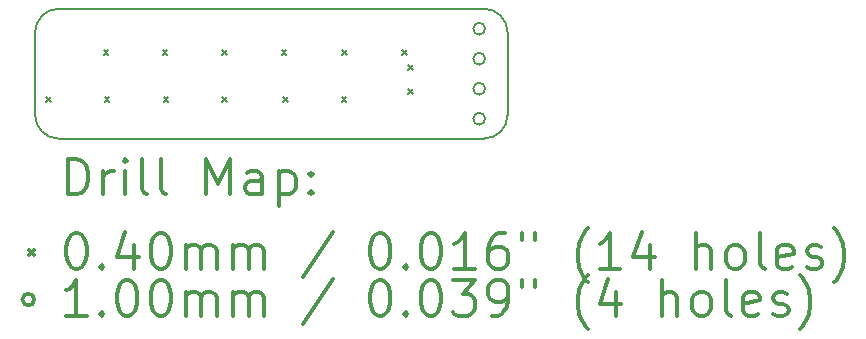
<source format=gbr>
%FSLAX45Y45*%
G04 Gerber Fmt 4.5, Leading zero omitted, Abs format (unit mm)*
G04 Created by KiCad (PCBNEW (5.0.0)) date 07/30/18 22:47:28*
%MOMM*%
%LPD*%
G01*
G04 APERTURE LIST*
%ADD10C,0.150000*%
%ADD11C,0.200000*%
%ADD12C,0.300000*%
G04 APERTURE END LIST*
D10*
X19040000Y-11030000D02*
X18740000Y-11030000D01*
X18740000Y-9930000D02*
X19040000Y-9930000D01*
X15240000Y-10130000D02*
X15240000Y-10830000D01*
X15240000Y-10130000D02*
G75*
G02X15440000Y-9930000I200000J0D01*
G01*
X18740000Y-9930000D02*
X15440000Y-9930000D01*
X19040000Y-9930000D02*
G75*
G02X19240000Y-10130000I0J-200000D01*
G01*
X19240000Y-10830000D02*
X19240000Y-10130000D01*
X19240000Y-10830000D02*
G75*
G02X19040000Y-11030000I-200000J0D01*
G01*
X15440000Y-11030000D02*
X18740000Y-11030000D01*
X15440000Y-11030000D02*
G75*
G02X15240000Y-10830000I0J200000D01*
G01*
D11*
X15331960Y-10680000D02*
X15371960Y-10720000D01*
X15371960Y-10680000D02*
X15331960Y-10720000D01*
X15819440Y-10278480D02*
X15859440Y-10318480D01*
X15859440Y-10278480D02*
X15819440Y-10318480D01*
X15829600Y-10680000D02*
X15869600Y-10720000D01*
X15869600Y-10680000D02*
X15829600Y-10720000D01*
X16320840Y-10280000D02*
X16360840Y-10320000D01*
X16360840Y-10280000D02*
X16320840Y-10320000D01*
X16327440Y-10680000D02*
X16367440Y-10720000D01*
X16367440Y-10680000D02*
X16327440Y-10720000D01*
X16825280Y-10283560D02*
X16865280Y-10323560D01*
X16865280Y-10283560D02*
X16825280Y-10323560D01*
X16825280Y-10680000D02*
X16865280Y-10720000D01*
X16865280Y-10680000D02*
X16825280Y-10720000D01*
X17328200Y-10283560D02*
X17368200Y-10323560D01*
X17368200Y-10283560D02*
X17328200Y-10323560D01*
X17338560Y-10680000D02*
X17378560Y-10720000D01*
X17378560Y-10680000D02*
X17338560Y-10720000D01*
X17836400Y-10680000D02*
X17876400Y-10720000D01*
X17876400Y-10680000D02*
X17836400Y-10720000D01*
X17841280Y-10283560D02*
X17881280Y-10323560D01*
X17881280Y-10283560D02*
X17841280Y-10323560D01*
X18347760Y-10280000D02*
X18387760Y-10320000D01*
X18387760Y-10280000D02*
X18347760Y-10320000D01*
X18401350Y-10406750D02*
X18441350Y-10446750D01*
X18441350Y-10406750D02*
X18401350Y-10446750D01*
X18401350Y-10610000D02*
X18441350Y-10650000D01*
X18441350Y-10610000D02*
X18401350Y-10650000D01*
X19050000Y-10100000D02*
G75*
G03X19050000Y-10100000I-50000J0D01*
G01*
X19050000Y-10354000D02*
G75*
G03X19050000Y-10354000I-50000J0D01*
G01*
X19050000Y-10608000D02*
G75*
G03X19050000Y-10608000I-50000J0D01*
G01*
X19050000Y-10862000D02*
G75*
G03X19050000Y-10862000I-50000J0D01*
G01*
D12*
X15518928Y-11503214D02*
X15518928Y-11203214D01*
X15590357Y-11203214D01*
X15633214Y-11217500D01*
X15661786Y-11246071D01*
X15676071Y-11274643D01*
X15690357Y-11331786D01*
X15690357Y-11374643D01*
X15676071Y-11431786D01*
X15661786Y-11460357D01*
X15633214Y-11488929D01*
X15590357Y-11503214D01*
X15518928Y-11503214D01*
X15818928Y-11503214D02*
X15818928Y-11303214D01*
X15818928Y-11360357D02*
X15833214Y-11331786D01*
X15847500Y-11317500D01*
X15876071Y-11303214D01*
X15904643Y-11303214D01*
X16004643Y-11503214D02*
X16004643Y-11303214D01*
X16004643Y-11203214D02*
X15990357Y-11217500D01*
X16004643Y-11231786D01*
X16018928Y-11217500D01*
X16004643Y-11203214D01*
X16004643Y-11231786D01*
X16190357Y-11503214D02*
X16161786Y-11488929D01*
X16147500Y-11460357D01*
X16147500Y-11203214D01*
X16347500Y-11503214D02*
X16318928Y-11488929D01*
X16304643Y-11460357D01*
X16304643Y-11203214D01*
X16690357Y-11503214D02*
X16690357Y-11203214D01*
X16790357Y-11417500D01*
X16890357Y-11203214D01*
X16890357Y-11503214D01*
X17161786Y-11503214D02*
X17161786Y-11346071D01*
X17147500Y-11317500D01*
X17118928Y-11303214D01*
X17061786Y-11303214D01*
X17033214Y-11317500D01*
X17161786Y-11488929D02*
X17133214Y-11503214D01*
X17061786Y-11503214D01*
X17033214Y-11488929D01*
X17018928Y-11460357D01*
X17018928Y-11431786D01*
X17033214Y-11403214D01*
X17061786Y-11388929D01*
X17133214Y-11388929D01*
X17161786Y-11374643D01*
X17304643Y-11303214D02*
X17304643Y-11603214D01*
X17304643Y-11317500D02*
X17333214Y-11303214D01*
X17390357Y-11303214D01*
X17418928Y-11317500D01*
X17433214Y-11331786D01*
X17447500Y-11360357D01*
X17447500Y-11446071D01*
X17433214Y-11474643D01*
X17418928Y-11488929D01*
X17390357Y-11503214D01*
X17333214Y-11503214D01*
X17304643Y-11488929D01*
X17576071Y-11474643D02*
X17590357Y-11488929D01*
X17576071Y-11503214D01*
X17561786Y-11488929D01*
X17576071Y-11474643D01*
X17576071Y-11503214D01*
X17576071Y-11317500D02*
X17590357Y-11331786D01*
X17576071Y-11346071D01*
X17561786Y-11331786D01*
X17576071Y-11317500D01*
X17576071Y-11346071D01*
X15192500Y-11977500D02*
X15232500Y-12017500D01*
X15232500Y-11977500D02*
X15192500Y-12017500D01*
X15576071Y-11833214D02*
X15604643Y-11833214D01*
X15633214Y-11847500D01*
X15647500Y-11861786D01*
X15661786Y-11890357D01*
X15676071Y-11947500D01*
X15676071Y-12018929D01*
X15661786Y-12076071D01*
X15647500Y-12104643D01*
X15633214Y-12118929D01*
X15604643Y-12133214D01*
X15576071Y-12133214D01*
X15547500Y-12118929D01*
X15533214Y-12104643D01*
X15518928Y-12076071D01*
X15504643Y-12018929D01*
X15504643Y-11947500D01*
X15518928Y-11890357D01*
X15533214Y-11861786D01*
X15547500Y-11847500D01*
X15576071Y-11833214D01*
X15804643Y-12104643D02*
X15818928Y-12118929D01*
X15804643Y-12133214D01*
X15790357Y-12118929D01*
X15804643Y-12104643D01*
X15804643Y-12133214D01*
X16076071Y-11933214D02*
X16076071Y-12133214D01*
X16004643Y-11818929D02*
X15933214Y-12033214D01*
X16118928Y-12033214D01*
X16290357Y-11833214D02*
X16318928Y-11833214D01*
X16347500Y-11847500D01*
X16361786Y-11861786D01*
X16376071Y-11890357D01*
X16390357Y-11947500D01*
X16390357Y-12018929D01*
X16376071Y-12076071D01*
X16361786Y-12104643D01*
X16347500Y-12118929D01*
X16318928Y-12133214D01*
X16290357Y-12133214D01*
X16261786Y-12118929D01*
X16247500Y-12104643D01*
X16233214Y-12076071D01*
X16218928Y-12018929D01*
X16218928Y-11947500D01*
X16233214Y-11890357D01*
X16247500Y-11861786D01*
X16261786Y-11847500D01*
X16290357Y-11833214D01*
X16518928Y-12133214D02*
X16518928Y-11933214D01*
X16518928Y-11961786D02*
X16533214Y-11947500D01*
X16561786Y-11933214D01*
X16604643Y-11933214D01*
X16633214Y-11947500D01*
X16647500Y-11976071D01*
X16647500Y-12133214D01*
X16647500Y-11976071D02*
X16661786Y-11947500D01*
X16690357Y-11933214D01*
X16733214Y-11933214D01*
X16761786Y-11947500D01*
X16776071Y-11976071D01*
X16776071Y-12133214D01*
X16918928Y-12133214D02*
X16918928Y-11933214D01*
X16918928Y-11961786D02*
X16933214Y-11947500D01*
X16961786Y-11933214D01*
X17004643Y-11933214D01*
X17033214Y-11947500D01*
X17047500Y-11976071D01*
X17047500Y-12133214D01*
X17047500Y-11976071D02*
X17061786Y-11947500D01*
X17090357Y-11933214D01*
X17133214Y-11933214D01*
X17161786Y-11947500D01*
X17176071Y-11976071D01*
X17176071Y-12133214D01*
X17761786Y-11818929D02*
X17504643Y-12204643D01*
X18147500Y-11833214D02*
X18176071Y-11833214D01*
X18204643Y-11847500D01*
X18218928Y-11861786D01*
X18233214Y-11890357D01*
X18247500Y-11947500D01*
X18247500Y-12018929D01*
X18233214Y-12076071D01*
X18218928Y-12104643D01*
X18204643Y-12118929D01*
X18176071Y-12133214D01*
X18147500Y-12133214D01*
X18118928Y-12118929D01*
X18104643Y-12104643D01*
X18090357Y-12076071D01*
X18076071Y-12018929D01*
X18076071Y-11947500D01*
X18090357Y-11890357D01*
X18104643Y-11861786D01*
X18118928Y-11847500D01*
X18147500Y-11833214D01*
X18376071Y-12104643D02*
X18390357Y-12118929D01*
X18376071Y-12133214D01*
X18361786Y-12118929D01*
X18376071Y-12104643D01*
X18376071Y-12133214D01*
X18576071Y-11833214D02*
X18604643Y-11833214D01*
X18633214Y-11847500D01*
X18647500Y-11861786D01*
X18661786Y-11890357D01*
X18676071Y-11947500D01*
X18676071Y-12018929D01*
X18661786Y-12076071D01*
X18647500Y-12104643D01*
X18633214Y-12118929D01*
X18604643Y-12133214D01*
X18576071Y-12133214D01*
X18547500Y-12118929D01*
X18533214Y-12104643D01*
X18518928Y-12076071D01*
X18504643Y-12018929D01*
X18504643Y-11947500D01*
X18518928Y-11890357D01*
X18533214Y-11861786D01*
X18547500Y-11847500D01*
X18576071Y-11833214D01*
X18961786Y-12133214D02*
X18790357Y-12133214D01*
X18876071Y-12133214D02*
X18876071Y-11833214D01*
X18847500Y-11876071D01*
X18818928Y-11904643D01*
X18790357Y-11918929D01*
X19218928Y-11833214D02*
X19161786Y-11833214D01*
X19133214Y-11847500D01*
X19118928Y-11861786D01*
X19090357Y-11904643D01*
X19076071Y-11961786D01*
X19076071Y-12076071D01*
X19090357Y-12104643D01*
X19104643Y-12118929D01*
X19133214Y-12133214D01*
X19190357Y-12133214D01*
X19218928Y-12118929D01*
X19233214Y-12104643D01*
X19247500Y-12076071D01*
X19247500Y-12004643D01*
X19233214Y-11976071D01*
X19218928Y-11961786D01*
X19190357Y-11947500D01*
X19133214Y-11947500D01*
X19104643Y-11961786D01*
X19090357Y-11976071D01*
X19076071Y-12004643D01*
X19361786Y-11833214D02*
X19361786Y-11890357D01*
X19476071Y-11833214D02*
X19476071Y-11890357D01*
X19918928Y-12247500D02*
X19904643Y-12233214D01*
X19876071Y-12190357D01*
X19861786Y-12161786D01*
X19847500Y-12118929D01*
X19833214Y-12047500D01*
X19833214Y-11990357D01*
X19847500Y-11918929D01*
X19861786Y-11876071D01*
X19876071Y-11847500D01*
X19904643Y-11804643D01*
X19918928Y-11790357D01*
X20190357Y-12133214D02*
X20018928Y-12133214D01*
X20104643Y-12133214D02*
X20104643Y-11833214D01*
X20076071Y-11876071D01*
X20047500Y-11904643D01*
X20018928Y-11918929D01*
X20447500Y-11933214D02*
X20447500Y-12133214D01*
X20376071Y-11818929D02*
X20304643Y-12033214D01*
X20490357Y-12033214D01*
X20833214Y-12133214D02*
X20833214Y-11833214D01*
X20961786Y-12133214D02*
X20961786Y-11976071D01*
X20947500Y-11947500D01*
X20918928Y-11933214D01*
X20876071Y-11933214D01*
X20847500Y-11947500D01*
X20833214Y-11961786D01*
X21147500Y-12133214D02*
X21118928Y-12118929D01*
X21104643Y-12104643D01*
X21090357Y-12076071D01*
X21090357Y-11990357D01*
X21104643Y-11961786D01*
X21118928Y-11947500D01*
X21147500Y-11933214D01*
X21190357Y-11933214D01*
X21218928Y-11947500D01*
X21233214Y-11961786D01*
X21247500Y-11990357D01*
X21247500Y-12076071D01*
X21233214Y-12104643D01*
X21218928Y-12118929D01*
X21190357Y-12133214D01*
X21147500Y-12133214D01*
X21418928Y-12133214D02*
X21390357Y-12118929D01*
X21376071Y-12090357D01*
X21376071Y-11833214D01*
X21647500Y-12118929D02*
X21618928Y-12133214D01*
X21561786Y-12133214D01*
X21533214Y-12118929D01*
X21518928Y-12090357D01*
X21518928Y-11976071D01*
X21533214Y-11947500D01*
X21561786Y-11933214D01*
X21618928Y-11933214D01*
X21647500Y-11947500D01*
X21661786Y-11976071D01*
X21661786Y-12004643D01*
X21518928Y-12033214D01*
X21776071Y-12118929D02*
X21804643Y-12133214D01*
X21861786Y-12133214D01*
X21890357Y-12118929D01*
X21904643Y-12090357D01*
X21904643Y-12076071D01*
X21890357Y-12047500D01*
X21861786Y-12033214D01*
X21818928Y-12033214D01*
X21790357Y-12018929D01*
X21776071Y-11990357D01*
X21776071Y-11976071D01*
X21790357Y-11947500D01*
X21818928Y-11933214D01*
X21861786Y-11933214D01*
X21890357Y-11947500D01*
X22004643Y-12247500D02*
X22018928Y-12233214D01*
X22047500Y-12190357D01*
X22061786Y-12161786D01*
X22076071Y-12118929D01*
X22090357Y-12047500D01*
X22090357Y-11990357D01*
X22076071Y-11918929D01*
X22061786Y-11876071D01*
X22047500Y-11847500D01*
X22018928Y-11804643D01*
X22004643Y-11790357D01*
X15232500Y-12393500D02*
G75*
G03X15232500Y-12393500I-50000J0D01*
G01*
X15676071Y-12529214D02*
X15504643Y-12529214D01*
X15590357Y-12529214D02*
X15590357Y-12229214D01*
X15561786Y-12272071D01*
X15533214Y-12300643D01*
X15504643Y-12314929D01*
X15804643Y-12500643D02*
X15818928Y-12514929D01*
X15804643Y-12529214D01*
X15790357Y-12514929D01*
X15804643Y-12500643D01*
X15804643Y-12529214D01*
X16004643Y-12229214D02*
X16033214Y-12229214D01*
X16061786Y-12243500D01*
X16076071Y-12257786D01*
X16090357Y-12286357D01*
X16104643Y-12343500D01*
X16104643Y-12414929D01*
X16090357Y-12472071D01*
X16076071Y-12500643D01*
X16061786Y-12514929D01*
X16033214Y-12529214D01*
X16004643Y-12529214D01*
X15976071Y-12514929D01*
X15961786Y-12500643D01*
X15947500Y-12472071D01*
X15933214Y-12414929D01*
X15933214Y-12343500D01*
X15947500Y-12286357D01*
X15961786Y-12257786D01*
X15976071Y-12243500D01*
X16004643Y-12229214D01*
X16290357Y-12229214D02*
X16318928Y-12229214D01*
X16347500Y-12243500D01*
X16361786Y-12257786D01*
X16376071Y-12286357D01*
X16390357Y-12343500D01*
X16390357Y-12414929D01*
X16376071Y-12472071D01*
X16361786Y-12500643D01*
X16347500Y-12514929D01*
X16318928Y-12529214D01*
X16290357Y-12529214D01*
X16261786Y-12514929D01*
X16247500Y-12500643D01*
X16233214Y-12472071D01*
X16218928Y-12414929D01*
X16218928Y-12343500D01*
X16233214Y-12286357D01*
X16247500Y-12257786D01*
X16261786Y-12243500D01*
X16290357Y-12229214D01*
X16518928Y-12529214D02*
X16518928Y-12329214D01*
X16518928Y-12357786D02*
X16533214Y-12343500D01*
X16561786Y-12329214D01*
X16604643Y-12329214D01*
X16633214Y-12343500D01*
X16647500Y-12372071D01*
X16647500Y-12529214D01*
X16647500Y-12372071D02*
X16661786Y-12343500D01*
X16690357Y-12329214D01*
X16733214Y-12329214D01*
X16761786Y-12343500D01*
X16776071Y-12372071D01*
X16776071Y-12529214D01*
X16918928Y-12529214D02*
X16918928Y-12329214D01*
X16918928Y-12357786D02*
X16933214Y-12343500D01*
X16961786Y-12329214D01*
X17004643Y-12329214D01*
X17033214Y-12343500D01*
X17047500Y-12372071D01*
X17047500Y-12529214D01*
X17047500Y-12372071D02*
X17061786Y-12343500D01*
X17090357Y-12329214D01*
X17133214Y-12329214D01*
X17161786Y-12343500D01*
X17176071Y-12372071D01*
X17176071Y-12529214D01*
X17761786Y-12214929D02*
X17504643Y-12600643D01*
X18147500Y-12229214D02*
X18176071Y-12229214D01*
X18204643Y-12243500D01*
X18218928Y-12257786D01*
X18233214Y-12286357D01*
X18247500Y-12343500D01*
X18247500Y-12414929D01*
X18233214Y-12472071D01*
X18218928Y-12500643D01*
X18204643Y-12514929D01*
X18176071Y-12529214D01*
X18147500Y-12529214D01*
X18118928Y-12514929D01*
X18104643Y-12500643D01*
X18090357Y-12472071D01*
X18076071Y-12414929D01*
X18076071Y-12343500D01*
X18090357Y-12286357D01*
X18104643Y-12257786D01*
X18118928Y-12243500D01*
X18147500Y-12229214D01*
X18376071Y-12500643D02*
X18390357Y-12514929D01*
X18376071Y-12529214D01*
X18361786Y-12514929D01*
X18376071Y-12500643D01*
X18376071Y-12529214D01*
X18576071Y-12229214D02*
X18604643Y-12229214D01*
X18633214Y-12243500D01*
X18647500Y-12257786D01*
X18661786Y-12286357D01*
X18676071Y-12343500D01*
X18676071Y-12414929D01*
X18661786Y-12472071D01*
X18647500Y-12500643D01*
X18633214Y-12514929D01*
X18604643Y-12529214D01*
X18576071Y-12529214D01*
X18547500Y-12514929D01*
X18533214Y-12500643D01*
X18518928Y-12472071D01*
X18504643Y-12414929D01*
X18504643Y-12343500D01*
X18518928Y-12286357D01*
X18533214Y-12257786D01*
X18547500Y-12243500D01*
X18576071Y-12229214D01*
X18776071Y-12229214D02*
X18961786Y-12229214D01*
X18861786Y-12343500D01*
X18904643Y-12343500D01*
X18933214Y-12357786D01*
X18947500Y-12372071D01*
X18961786Y-12400643D01*
X18961786Y-12472071D01*
X18947500Y-12500643D01*
X18933214Y-12514929D01*
X18904643Y-12529214D01*
X18818928Y-12529214D01*
X18790357Y-12514929D01*
X18776071Y-12500643D01*
X19104643Y-12529214D02*
X19161786Y-12529214D01*
X19190357Y-12514929D01*
X19204643Y-12500643D01*
X19233214Y-12457786D01*
X19247500Y-12400643D01*
X19247500Y-12286357D01*
X19233214Y-12257786D01*
X19218928Y-12243500D01*
X19190357Y-12229214D01*
X19133214Y-12229214D01*
X19104643Y-12243500D01*
X19090357Y-12257786D01*
X19076071Y-12286357D01*
X19076071Y-12357786D01*
X19090357Y-12386357D01*
X19104643Y-12400643D01*
X19133214Y-12414929D01*
X19190357Y-12414929D01*
X19218928Y-12400643D01*
X19233214Y-12386357D01*
X19247500Y-12357786D01*
X19361786Y-12229214D02*
X19361786Y-12286357D01*
X19476071Y-12229214D02*
X19476071Y-12286357D01*
X19918928Y-12643500D02*
X19904643Y-12629214D01*
X19876071Y-12586357D01*
X19861786Y-12557786D01*
X19847500Y-12514929D01*
X19833214Y-12443500D01*
X19833214Y-12386357D01*
X19847500Y-12314929D01*
X19861786Y-12272071D01*
X19876071Y-12243500D01*
X19904643Y-12200643D01*
X19918928Y-12186357D01*
X20161786Y-12329214D02*
X20161786Y-12529214D01*
X20090357Y-12214929D02*
X20018928Y-12429214D01*
X20204643Y-12429214D01*
X20547500Y-12529214D02*
X20547500Y-12229214D01*
X20676071Y-12529214D02*
X20676071Y-12372071D01*
X20661786Y-12343500D01*
X20633214Y-12329214D01*
X20590357Y-12329214D01*
X20561786Y-12343500D01*
X20547500Y-12357786D01*
X20861786Y-12529214D02*
X20833214Y-12514929D01*
X20818928Y-12500643D01*
X20804643Y-12472071D01*
X20804643Y-12386357D01*
X20818928Y-12357786D01*
X20833214Y-12343500D01*
X20861786Y-12329214D01*
X20904643Y-12329214D01*
X20933214Y-12343500D01*
X20947500Y-12357786D01*
X20961786Y-12386357D01*
X20961786Y-12472071D01*
X20947500Y-12500643D01*
X20933214Y-12514929D01*
X20904643Y-12529214D01*
X20861786Y-12529214D01*
X21133214Y-12529214D02*
X21104643Y-12514929D01*
X21090357Y-12486357D01*
X21090357Y-12229214D01*
X21361786Y-12514929D02*
X21333214Y-12529214D01*
X21276071Y-12529214D01*
X21247500Y-12514929D01*
X21233214Y-12486357D01*
X21233214Y-12372071D01*
X21247500Y-12343500D01*
X21276071Y-12329214D01*
X21333214Y-12329214D01*
X21361786Y-12343500D01*
X21376071Y-12372071D01*
X21376071Y-12400643D01*
X21233214Y-12429214D01*
X21490357Y-12514929D02*
X21518928Y-12529214D01*
X21576071Y-12529214D01*
X21604643Y-12514929D01*
X21618928Y-12486357D01*
X21618928Y-12472071D01*
X21604643Y-12443500D01*
X21576071Y-12429214D01*
X21533214Y-12429214D01*
X21504643Y-12414929D01*
X21490357Y-12386357D01*
X21490357Y-12372071D01*
X21504643Y-12343500D01*
X21533214Y-12329214D01*
X21576071Y-12329214D01*
X21604643Y-12343500D01*
X21718928Y-12643500D02*
X21733214Y-12629214D01*
X21761786Y-12586357D01*
X21776071Y-12557786D01*
X21790357Y-12514929D01*
X21804643Y-12443500D01*
X21804643Y-12386357D01*
X21790357Y-12314929D01*
X21776071Y-12272071D01*
X21761786Y-12243500D01*
X21733214Y-12200643D01*
X21718928Y-12186357D01*
M02*

</source>
